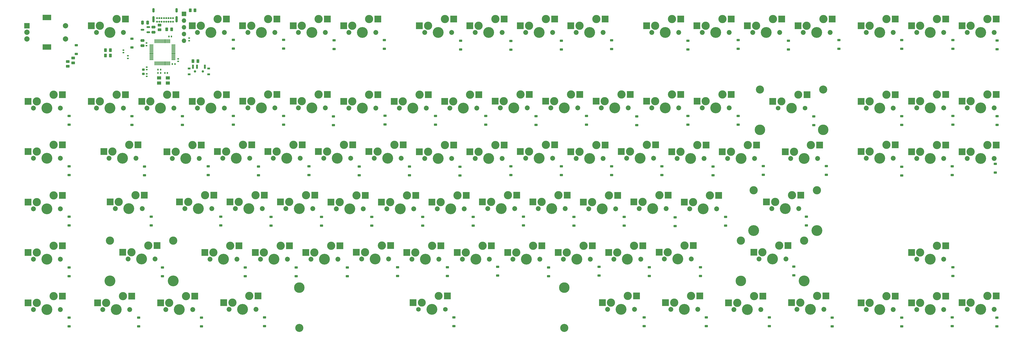
<source format=gbs>
G04 #@! TF.GenerationSoftware,KiCad,Pcbnew,7.0.2*
G04 #@! TF.CreationDate,2023-06-28T22:35:23-06:00*
G04 #@! TF.ProjectId,TKL_Keyboard,544b4c5f-4b65-4796-926f-6172642e6b69,rev?*
G04 #@! TF.SameCoordinates,Original*
G04 #@! TF.FileFunction,Soldermask,Bot*
G04 #@! TF.FilePolarity,Negative*
%FSLAX46Y46*%
G04 Gerber Fmt 4.6, Leading zero omitted, Abs format (unit mm)*
G04 Created by KiCad (PCBNEW 7.0.2) date 2023-06-28 22:35:23*
%MOMM*%
%LPD*%
G01*
G04 APERTURE LIST*
G04 Aperture macros list*
%AMRoundRect*
0 Rectangle with rounded corners*
0 $1 Rounding radius*
0 $2 $3 $4 $5 $6 $7 $8 $9 X,Y pos of 4 corners*
0 Add a 4 corners polygon primitive as box body*
4,1,4,$2,$3,$4,$5,$6,$7,$8,$9,$2,$3,0*
0 Add four circle primitives for the rounded corners*
1,1,$1+$1,$2,$3*
1,1,$1+$1,$4,$5*
1,1,$1+$1,$6,$7*
1,1,$1+$1,$8,$9*
0 Add four rect primitives between the rounded corners*
20,1,$1+$1,$2,$3,$4,$5,0*
20,1,$1+$1,$4,$5,$6,$7,0*
20,1,$1+$1,$6,$7,$8,$9,0*
20,1,$1+$1,$8,$9,$2,$3,0*%
G04 Aperture macros list end*
%ADD10C,1.850000*%
%ADD11C,3.100000*%
%ADD12C,4.100000*%
%ADD13R,2.550000X2.500000*%
%ADD14C,3.987800*%
%ADD15C,3.048000*%
%ADD16C,1.750000*%
%ADD17C,3.000000*%
%ADD18R,1.700000X1.700000*%
%ADD19O,1.700000X1.700000*%
%ADD20R,2.000000X2.000000*%
%ADD21C,2.000000*%
%ADD22R,3.200000X2.000000*%
%ADD23RoundRect,0.140000X0.170000X-0.140000X0.170000X0.140000X-0.170000X0.140000X-0.170000X-0.140000X0*%
%ADD24RoundRect,0.225000X0.375000X-0.225000X0.375000X0.225000X-0.375000X0.225000X-0.375000X-0.225000X0*%
%ADD25C,0.700000*%
%ADD26O,0.900000X1.700000*%
%ADD27O,0.900000X2.400000*%
%ADD28RoundRect,0.250000X0.262500X0.450000X-0.262500X0.450000X-0.262500X-0.450000X0.262500X-0.450000X0*%
%ADD29RoundRect,0.140000X-0.170000X0.140000X-0.170000X-0.140000X0.170000X-0.140000X0.170000X0.140000X0*%
%ADD30RoundRect,0.250000X-0.450000X0.262500X-0.450000X-0.262500X0.450000X-0.262500X0.450000X0.262500X0*%
%ADD31RoundRect,0.150000X0.512500X0.150000X-0.512500X0.150000X-0.512500X-0.150000X0.512500X-0.150000X0*%
%ADD32RoundRect,0.218750X0.256250X-0.218750X0.256250X0.218750X-0.256250X0.218750X-0.256250X-0.218750X0*%
%ADD33R,1.600000X1.300000*%
%ADD34RoundRect,0.250000X0.475000X-0.250000X0.475000X0.250000X-0.475000X0.250000X-0.475000X-0.250000X0*%
%ADD35RoundRect,0.250000X-0.262500X-0.450000X0.262500X-0.450000X0.262500X0.450000X-0.262500X0.450000X0*%
%ADD36RoundRect,0.250000X-0.475000X0.250000X-0.475000X-0.250000X0.475000X-0.250000X0.475000X0.250000X0*%
%ADD37RoundRect,0.140000X-0.140000X-0.170000X0.140000X-0.170000X0.140000X0.170000X-0.140000X0.170000X0*%
%ADD38RoundRect,0.140000X0.140000X0.170000X-0.140000X0.170000X-0.140000X-0.170000X0.140000X-0.170000X0*%
%ADD39R,1.000000X0.800000*%
%ADD40C,0.900000*%
%ADD41R,0.700000X1.500000*%
%ADD42RoundRect,0.250000X-0.250000X-0.475000X0.250000X-0.475000X0.250000X0.475000X-0.250000X0.475000X0*%
%ADD43RoundRect,0.075000X0.075000X-0.662500X0.075000X0.662500X-0.075000X0.662500X-0.075000X-0.662500X0*%
%ADD44RoundRect,0.075000X0.662500X-0.075000X0.662500X0.075000X-0.662500X0.075000X-0.662500X-0.075000X0*%
G04 APERTURE END LIST*
D10*
X118528000Y-123680000D03*
D11*
X119798000Y-121140000D03*
D12*
X123608000Y-123680000D03*
D11*
X126148000Y-118600000D03*
D10*
X128688000Y-123680000D03*
D13*
X116523000Y-121140000D03*
X129450000Y-118600000D03*
D10*
X237603000Y-85580000D03*
D11*
X238873000Y-83040000D03*
D12*
X242683000Y-85580000D03*
D11*
X245223000Y-80500000D03*
D10*
X247763000Y-85580000D03*
D13*
X235598000Y-83040000D03*
X248525000Y-80500000D03*
D10*
X161403000Y-85555000D03*
D11*
X162673000Y-83015000D03*
D12*
X166483000Y-85555000D03*
D11*
X169023000Y-80475000D03*
D10*
X171563000Y-85555000D03*
D13*
X159398000Y-83015000D03*
X172325000Y-80475000D03*
D10*
X249503000Y-142705000D03*
D11*
X250773000Y-140165000D03*
D12*
X254583000Y-142705000D03*
D11*
X257123000Y-137625000D03*
D10*
X259663000Y-142705000D03*
D13*
X247498000Y-140165000D03*
X260425000Y-137625000D03*
D10*
X113750000Y-37950000D03*
D11*
X115020000Y-35410000D03*
D12*
X118830000Y-37950000D03*
D11*
X121370000Y-32870000D03*
D10*
X123910000Y-37950000D03*
D13*
X111745000Y-35410000D03*
X124672000Y-32870000D03*
D14*
X133158100Y-134450000D03*
D15*
X133158100Y-149690000D03*
D16*
X178078000Y-142705000D03*
D17*
X179348000Y-140165000D03*
D12*
X183158000Y-142705000D03*
D17*
X185698000Y-137625000D03*
D16*
X188238000Y-142705000D03*
D14*
X233157900Y-134450000D03*
D15*
X233157900Y-149690000D03*
D13*
X176073000Y-140165000D03*
X189000000Y-137625000D03*
D10*
X232828000Y-123680000D03*
D11*
X234098000Y-121140000D03*
D12*
X237908000Y-123680000D03*
D11*
X240448000Y-118600000D03*
D10*
X242988000Y-123680000D03*
D13*
X230823000Y-121140000D03*
X243750000Y-118600000D03*
D10*
X156653000Y-123655000D03*
D11*
X157923000Y-121115000D03*
D12*
X161733000Y-123655000D03*
D11*
X164273000Y-118575000D03*
D10*
X166813000Y-123655000D03*
D13*
X154648000Y-121115000D03*
X167575000Y-118575000D03*
D10*
X32803000Y-123680000D03*
D11*
X34073000Y-121140000D03*
D12*
X37883000Y-123680000D03*
D11*
X40423000Y-118600000D03*
D10*
X42963000Y-123680000D03*
D13*
X30798000Y-121140000D03*
X43725000Y-118600000D03*
D10*
X209028000Y-66505000D03*
D11*
X210298000Y-63965000D03*
D12*
X214108000Y-66505000D03*
D11*
X216648000Y-61425000D03*
D10*
X219188000Y-66505000D03*
D13*
X207023000Y-63965000D03*
X219950000Y-61425000D03*
D10*
X218555000Y-37940000D03*
D11*
X219825000Y-35400000D03*
D12*
X223635000Y-37940000D03*
D11*
X226175000Y-32860000D03*
D10*
X228715000Y-37940000D03*
D13*
X216550000Y-35400000D03*
X229477000Y-32860000D03*
D10*
X347128000Y-142730000D03*
D11*
X348398000Y-140190000D03*
D12*
X352208000Y-142730000D03*
D11*
X354748000Y-137650000D03*
D10*
X357288000Y-142730000D03*
D13*
X345123000Y-140190000D03*
X358050000Y-137650000D03*
D10*
X266175000Y-37950000D03*
D11*
X267445000Y-35410000D03*
D12*
X271255000Y-37950000D03*
D11*
X273795000Y-32870000D03*
D10*
X276335000Y-37950000D03*
D13*
X264170000Y-35410000D03*
X277097000Y-32870000D03*
D10*
X347128000Y-85555000D03*
D11*
X348398000Y-83015000D03*
D12*
X352208000Y-85555000D03*
D11*
X354748000Y-80475000D03*
D10*
X357288000Y-85555000D03*
D13*
X345123000Y-83015000D03*
X358050000Y-80475000D03*
D10*
X56628000Y-66530000D03*
D11*
X57898000Y-63990000D03*
D12*
X61708000Y-66530000D03*
D11*
X64248000Y-61450000D03*
D10*
X66788000Y-66530000D03*
D13*
X54623000Y-63990000D03*
X67550000Y-61450000D03*
D10*
X180453000Y-85580000D03*
D11*
X181723000Y-83040000D03*
D12*
X185533000Y-85580000D03*
D11*
X188073000Y-80500000D03*
D10*
X190613000Y-85580000D03*
D13*
X178448000Y-83040000D03*
X191375000Y-80500000D03*
D10*
X89953000Y-104605000D03*
D11*
X91223000Y-102065000D03*
D12*
X95033000Y-104605000D03*
D11*
X97573000Y-99525000D03*
D10*
X100113000Y-104605000D03*
D13*
X87948000Y-102065000D03*
X100875000Y-99525000D03*
D10*
X204253000Y-104605000D03*
D11*
X205523000Y-102065000D03*
D12*
X209333000Y-104605000D03*
D11*
X211873000Y-99525000D03*
D10*
X214413000Y-104605000D03*
D13*
X202248000Y-102065000D03*
X215175000Y-99525000D03*
D10*
X270928000Y-123655000D03*
D11*
X272198000Y-121115000D03*
D12*
X276008000Y-123655000D03*
D11*
X278548000Y-118575000D03*
D10*
X281088000Y-123655000D03*
D13*
X268923000Y-121115000D03*
X281850000Y-118575000D03*
D10*
X385228000Y-142705000D03*
D11*
X386498000Y-140165000D03*
D12*
X390308000Y-142705000D03*
D11*
X392848000Y-137625000D03*
D10*
X395388000Y-142705000D03*
D13*
X383223000Y-140165000D03*
X396150000Y-137625000D03*
D18*
X89600000Y-30900000D03*
D19*
X89600000Y-33440000D03*
X89600000Y-35980000D03*
X89600000Y-38520000D03*
X89600000Y-41060000D03*
D10*
X180450000Y-37925000D03*
D11*
X181720000Y-35385000D03*
D12*
X185530000Y-37925000D03*
D11*
X188070000Y-32845000D03*
D10*
X190610000Y-37925000D03*
D13*
X178445000Y-35385000D03*
X191372000Y-32845000D03*
D10*
X318553000Y-85580000D03*
D11*
X319823000Y-83040000D03*
D12*
X323633000Y-85580000D03*
D11*
X326173000Y-80500000D03*
D10*
X328713000Y-85580000D03*
D13*
X316548000Y-83040000D03*
X329475000Y-80500000D03*
D10*
X218553000Y-85555000D03*
D11*
X219823000Y-83015000D03*
D12*
X223633000Y-85555000D03*
D11*
X226173000Y-80475000D03*
D10*
X228713000Y-85555000D03*
D13*
X216548000Y-83015000D03*
X229475000Y-80475000D03*
D10*
X32803000Y-66530000D03*
D11*
X34073000Y-63990000D03*
D12*
X37883000Y-66530000D03*
D11*
X40423000Y-61450000D03*
D10*
X42963000Y-66530000D03*
D13*
X30798000Y-63990000D03*
X43725000Y-61450000D03*
D10*
X32803000Y-142730000D03*
D11*
X34073000Y-140190000D03*
D12*
X37883000Y-142730000D03*
D11*
X40423000Y-137650000D03*
D10*
X42963000Y-142730000D03*
D13*
X30798000Y-140190000D03*
X43725000Y-137650000D03*
D10*
X189978000Y-66530000D03*
D11*
X191248000Y-63990000D03*
D12*
X195058000Y-66530000D03*
D11*
X197598000Y-61450000D03*
D10*
X200138000Y-66530000D03*
D13*
X187973000Y-63990000D03*
X200900000Y-61450000D03*
D10*
X385230000Y-66515000D03*
D11*
X386500000Y-63975000D03*
D12*
X390310000Y-66515000D03*
D11*
X392850000Y-61435000D03*
D10*
X395390000Y-66515000D03*
D13*
X383225000Y-63975000D03*
X396152000Y-61435000D03*
D10*
X323330000Y-37940000D03*
D11*
X324600000Y-35400000D03*
D12*
X328410000Y-37940000D03*
D11*
X330950000Y-32860000D03*
D10*
X333490000Y-37940000D03*
D13*
X321325000Y-35400000D03*
X334252000Y-32860000D03*
D10*
X199503000Y-85580000D03*
D11*
X200773000Y-83040000D03*
D12*
X204583000Y-85580000D03*
D11*
X207123000Y-80500000D03*
D10*
X209663000Y-85580000D03*
D13*
X197498000Y-83040000D03*
X210425000Y-80500000D03*
D10*
X109028000Y-104605000D03*
D11*
X110298000Y-102065000D03*
D12*
X114108000Y-104605000D03*
D11*
X116648000Y-99525000D03*
D10*
X119188000Y-104605000D03*
D13*
X107023000Y-102065000D03*
X119950000Y-99525000D03*
D10*
X132830000Y-37965000D03*
D11*
X134100000Y-35425000D03*
D12*
X137910000Y-37965000D03*
D11*
X140450000Y-32885000D03*
D10*
X142990000Y-37965000D03*
D13*
X130825000Y-35425000D03*
X143752000Y-32885000D03*
D10*
X320928000Y-142705000D03*
D11*
X322198000Y-140165000D03*
D12*
X326008000Y-142705000D03*
D11*
X328548000Y-137625000D03*
D10*
X331088000Y-142705000D03*
D13*
X318923000Y-140165000D03*
X331850000Y-137625000D03*
D10*
X85205000Y-85580000D03*
D11*
X86475000Y-83040000D03*
D12*
X90285000Y-85580000D03*
D11*
X92825000Y-80500000D03*
D10*
X95365000Y-85580000D03*
D13*
X83200000Y-83040000D03*
X96127000Y-80500000D03*
D10*
X166153000Y-104630000D03*
D11*
X167423000Y-102090000D03*
D12*
X171233000Y-104630000D03*
D11*
X173773000Y-99550000D03*
D10*
X176313000Y-104630000D03*
D13*
X164148000Y-102090000D03*
X177075000Y-99550000D03*
D10*
X32805000Y-85565000D03*
D11*
X34075000Y-83025000D03*
D12*
X37885000Y-85565000D03*
D11*
X40425000Y-80485000D03*
D10*
X42965000Y-85565000D03*
D13*
X30800000Y-83025000D03*
X43727000Y-80485000D03*
D10*
X366178000Y-142730000D03*
D11*
X367448000Y-140190000D03*
D12*
X371258000Y-142730000D03*
D11*
X373798000Y-137650000D03*
D10*
X376338000Y-142730000D03*
D13*
X364173000Y-140190000D03*
X377100000Y-137650000D03*
D10*
X294753000Y-85580000D03*
D11*
X296023000Y-83040000D03*
D12*
X299833000Y-85580000D03*
D11*
X302373000Y-80500000D03*
D10*
X304913000Y-85580000D03*
D13*
X292748000Y-83040000D03*
X305675000Y-80500000D03*
D10*
X61380000Y-85565000D03*
D11*
X62650000Y-83025000D03*
D12*
X66460000Y-85565000D03*
D11*
X69000000Y-80485000D03*
D10*
X71540000Y-85565000D03*
D13*
X59375000Y-83025000D03*
X72302000Y-80485000D03*
D10*
X194730000Y-123680000D03*
D11*
X196000000Y-121140000D03*
D12*
X199810000Y-123680000D03*
D11*
X202350000Y-118600000D03*
D10*
X204890000Y-123680000D03*
D13*
X192725000Y-121140000D03*
X205652000Y-118600000D03*
D10*
X63755000Y-104615000D03*
D11*
X65025000Y-102075000D03*
D12*
X68835000Y-104615000D03*
D11*
X71375000Y-99535000D03*
D10*
X73915000Y-104615000D03*
D13*
X61750000Y-102075000D03*
X74677000Y-99535000D03*
D11*
X299795000Y-116670000D03*
D14*
X299795000Y-131910000D03*
D10*
X306653000Y-123655000D03*
D11*
X307923000Y-121115000D03*
D12*
X311733000Y-123655000D03*
D11*
X314273000Y-118575000D03*
D10*
X316813000Y-123655000D03*
D11*
X323671000Y-116670000D03*
D12*
X323671000Y-131910000D03*
D13*
X304648000Y-121115000D03*
X317575000Y-118575000D03*
D10*
X75678000Y-66530000D03*
D11*
X76948000Y-63990000D03*
D12*
X80758000Y-66530000D03*
D11*
X83298000Y-61450000D03*
D10*
X85838000Y-66530000D03*
D13*
X73673000Y-63990000D03*
X86600000Y-61450000D03*
D20*
X30400000Y-35375000D03*
D21*
X30400000Y-40375000D03*
X30400000Y-37875000D03*
D22*
X37900000Y-32275000D03*
X37900000Y-43475000D03*
D21*
X44900000Y-40375000D03*
X44900000Y-35375000D03*
D10*
X266178000Y-66505000D03*
D11*
X267448000Y-63965000D03*
D12*
X271258000Y-66505000D03*
D11*
X273798000Y-61425000D03*
D10*
X276338000Y-66505000D03*
D13*
X264173000Y-63965000D03*
X277100000Y-61425000D03*
D10*
X106628000Y-142705000D03*
D11*
X107898000Y-140165000D03*
D12*
X111708000Y-142705000D03*
D11*
X114248000Y-137625000D03*
D10*
X116788000Y-142705000D03*
D13*
X104623000Y-140165000D03*
X117550000Y-137625000D03*
D10*
X94730000Y-37930000D03*
D11*
X96000000Y-35390000D03*
D12*
X99810000Y-37930000D03*
D11*
X102350000Y-32850000D03*
D10*
X104890000Y-37930000D03*
D13*
X92725000Y-35390000D03*
X105652000Y-32850000D03*
D11*
X304570000Y-97620000D03*
D12*
X304570000Y-112860000D03*
D10*
X311428000Y-104605000D03*
D11*
X312698000Y-102065000D03*
D12*
X316508000Y-104605000D03*
D11*
X319048000Y-99525000D03*
D10*
X321588000Y-104605000D03*
D11*
X328446000Y-97620000D03*
D12*
X328446000Y-112860000D03*
D13*
X309423000Y-102065000D03*
X322350000Y-99525000D03*
D10*
X275703000Y-85580000D03*
D11*
X276973000Y-83040000D03*
D12*
X280783000Y-85580000D03*
D11*
X283323000Y-80500000D03*
D10*
X285863000Y-85580000D03*
D13*
X273698000Y-83040000D03*
X286625000Y-80500000D03*
D10*
X385230000Y-37940000D03*
D11*
X386500000Y-35400000D03*
D12*
X390310000Y-37940000D03*
D11*
X392850000Y-32860000D03*
D10*
X395390000Y-37940000D03*
D13*
X383225000Y-35400000D03*
X396152000Y-32860000D03*
D10*
X151875000Y-37940000D03*
D11*
X153145000Y-35400000D03*
D12*
X156955000Y-37940000D03*
D11*
X159495000Y-32860000D03*
D10*
X162035000Y-37940000D03*
D13*
X149870000Y-35400000D03*
X162797000Y-32860000D03*
D10*
X59003000Y-142730000D03*
D11*
X60273000Y-140190000D03*
D12*
X64083000Y-142730000D03*
D11*
X66623000Y-137650000D03*
D10*
X69163000Y-142730000D03*
D13*
X56998000Y-140190000D03*
X69925000Y-137650000D03*
D10*
X285228000Y-66505000D03*
D11*
X286498000Y-63965000D03*
D12*
X290308000Y-66505000D03*
D11*
X292848000Y-61425000D03*
D10*
X295388000Y-66505000D03*
D13*
X283223000Y-63965000D03*
X296150000Y-61425000D03*
D10*
X175678000Y-123680000D03*
D11*
X176948000Y-121140000D03*
D12*
X180758000Y-123680000D03*
D11*
X183298000Y-118600000D03*
D10*
X185838000Y-123680000D03*
D13*
X173673000Y-121140000D03*
X186600000Y-118600000D03*
D10*
X56625000Y-37925000D03*
D11*
X57895000Y-35385000D03*
D12*
X61705000Y-37925000D03*
D11*
X64245000Y-32845000D03*
D10*
X66785000Y-37925000D03*
D13*
X54620000Y-35385000D03*
X67547000Y-32845000D03*
D15*
X306945000Y-59545000D03*
D14*
X306945000Y-74785000D03*
D16*
X313803000Y-66530000D03*
D17*
X315073000Y-63990000D03*
D14*
X318883000Y-66530000D03*
D17*
X321423000Y-61450000D03*
D16*
X323963000Y-66530000D03*
D15*
X330821000Y-59545000D03*
D14*
X330821000Y-74785000D03*
D13*
X311798000Y-63990000D03*
X324725000Y-61450000D03*
D10*
X385228000Y-85580000D03*
D11*
X386498000Y-83040000D03*
D12*
X390308000Y-85580000D03*
D11*
X392848000Y-80500000D03*
D10*
X395388000Y-85580000D03*
D13*
X383223000Y-83040000D03*
X396150000Y-80500000D03*
D10*
X347128000Y-66530000D03*
D11*
X348398000Y-63990000D03*
D12*
X352208000Y-66530000D03*
D11*
X354748000Y-61450000D03*
D10*
X357288000Y-66530000D03*
D13*
X345123000Y-63990000D03*
X358050000Y-61450000D03*
D10*
X251878000Y-123680000D03*
D11*
X253148000Y-121140000D03*
D12*
X256958000Y-123680000D03*
D11*
X259498000Y-118600000D03*
D10*
X262038000Y-123680000D03*
D13*
X249873000Y-121140000D03*
X262800000Y-118600000D03*
D10*
X366178000Y-123680000D03*
D11*
X367448000Y-121140000D03*
D12*
X371258000Y-123680000D03*
D11*
X373798000Y-118600000D03*
D10*
X376338000Y-123680000D03*
D13*
X364173000Y-121140000D03*
X377100000Y-118600000D03*
D10*
X366178000Y-85580000D03*
D11*
X367448000Y-83040000D03*
D12*
X371258000Y-85580000D03*
D11*
X373798000Y-80500000D03*
D10*
X376338000Y-85580000D03*
D13*
X364173000Y-83040000D03*
X377100000Y-80500000D03*
D10*
X213778000Y-123680000D03*
D11*
X215048000Y-121140000D03*
D12*
X218858000Y-123680000D03*
D11*
X221398000Y-118600000D03*
D10*
X223938000Y-123680000D03*
D13*
X211773000Y-121140000D03*
X224700000Y-118600000D03*
D10*
X347130000Y-37940000D03*
D11*
X348400000Y-35400000D03*
D12*
X352210000Y-37940000D03*
D11*
X354750000Y-32860000D03*
D10*
X357290000Y-37940000D03*
D13*
X345125000Y-35400000D03*
X358052000Y-32860000D03*
D10*
X223303000Y-104605000D03*
D11*
X224573000Y-102065000D03*
D12*
X228383000Y-104605000D03*
D11*
X230923000Y-99525000D03*
D10*
X233463000Y-104605000D03*
D13*
X221298000Y-102065000D03*
X234225000Y-99525000D03*
D10*
X304255000Y-37940000D03*
D11*
X305525000Y-35400000D03*
D12*
X309335000Y-37940000D03*
D11*
X311875000Y-32860000D03*
D10*
X314415000Y-37940000D03*
D13*
X302250000Y-35400000D03*
X315177000Y-32860000D03*
D10*
X261403000Y-104605000D03*
D11*
X262673000Y-102065000D03*
D12*
X266483000Y-104605000D03*
D11*
X269023000Y-99525000D03*
D10*
X271563000Y-104605000D03*
D13*
X259398000Y-102065000D03*
X272325000Y-99525000D03*
D10*
X99478000Y-123680000D03*
D11*
X100748000Y-121140000D03*
D12*
X104558000Y-123680000D03*
D11*
X107098000Y-118600000D03*
D10*
X109638000Y-123680000D03*
D13*
X97473000Y-121140000D03*
X110400000Y-118600000D03*
D10*
X297128000Y-142730000D03*
D11*
X298398000Y-140190000D03*
D12*
X302208000Y-142730000D03*
D11*
X304748000Y-137650000D03*
D10*
X307288000Y-142730000D03*
D13*
X295123000Y-140190000D03*
X308050000Y-137650000D03*
D10*
X285205000Y-37940000D03*
D11*
X286475000Y-35400000D03*
D12*
X290285000Y-37940000D03*
D11*
X292825000Y-32860000D03*
D10*
X295365000Y-37940000D03*
D13*
X283200000Y-35400000D03*
X296127000Y-32860000D03*
D10*
X82803000Y-142730000D03*
D11*
X84073000Y-140190000D03*
D12*
X87883000Y-142730000D03*
D11*
X90423000Y-137650000D03*
D10*
X92963000Y-142730000D03*
D13*
X80798000Y-140190000D03*
X93725000Y-137650000D03*
D10*
X237600000Y-37940000D03*
D11*
X238870000Y-35400000D03*
D12*
X242680000Y-37940000D03*
D11*
X245220000Y-32860000D03*
D10*
X247760000Y-37940000D03*
D13*
X235595000Y-35400000D03*
X248522000Y-32860000D03*
D10*
X113778000Y-66505000D03*
D11*
X115048000Y-63965000D03*
D12*
X118858000Y-66505000D03*
D11*
X121398000Y-61425000D03*
D10*
X123938000Y-66505000D03*
D13*
X111773000Y-63965000D03*
X124700000Y-61425000D03*
D10*
X32803000Y-104630000D03*
D11*
X34073000Y-102090000D03*
D12*
X37883000Y-104630000D03*
D11*
X40423000Y-99550000D03*
D10*
X42963000Y-104630000D03*
D13*
X30798000Y-102090000D03*
X43725000Y-99550000D03*
D10*
X228078000Y-66505000D03*
D11*
X229348000Y-63965000D03*
D12*
X233158000Y-66505000D03*
D11*
X235698000Y-61425000D03*
D10*
X238238000Y-66505000D03*
D13*
X226073000Y-63965000D03*
X239000000Y-61425000D03*
D10*
X137578000Y-123680000D03*
D11*
X138848000Y-121140000D03*
D12*
X142658000Y-123680000D03*
D11*
X145198000Y-118600000D03*
D10*
X147738000Y-123680000D03*
D13*
X135573000Y-121140000D03*
X148500000Y-118600000D03*
D10*
X104255000Y-85565000D03*
D11*
X105525000Y-83025000D03*
D12*
X109335000Y-85565000D03*
D11*
X111875000Y-80485000D03*
D10*
X114415000Y-85565000D03*
D13*
X102250000Y-83025000D03*
X115177000Y-80485000D03*
D10*
X273328000Y-142705000D03*
D11*
X274598000Y-140165000D03*
D12*
X278408000Y-142705000D03*
D11*
X280948000Y-137625000D03*
D10*
X283488000Y-142705000D03*
D13*
X271323000Y-140165000D03*
X284250000Y-137625000D03*
D10*
X123305000Y-85565000D03*
D11*
X124575000Y-83025000D03*
D12*
X128385000Y-85565000D03*
D11*
X130925000Y-80485000D03*
D10*
X133465000Y-85565000D03*
D13*
X121300000Y-83025000D03*
X134227000Y-80485000D03*
D10*
X242353000Y-104630000D03*
D11*
X243623000Y-102090000D03*
D12*
X247433000Y-104630000D03*
D11*
X249973000Y-99550000D03*
D10*
X252513000Y-104630000D03*
D13*
X240348000Y-102090000D03*
X253275000Y-99550000D03*
D10*
X280453000Y-104630000D03*
D11*
X281723000Y-102090000D03*
D12*
X285533000Y-104630000D03*
D11*
X288073000Y-99550000D03*
D10*
X290613000Y-104630000D03*
D13*
X278448000Y-102090000D03*
X291375000Y-99550000D03*
D10*
X247128000Y-66505000D03*
D11*
X248398000Y-63965000D03*
D12*
X252208000Y-66505000D03*
D11*
X254748000Y-61425000D03*
D10*
X257288000Y-66505000D03*
D13*
X245123000Y-63965000D03*
X258050000Y-61425000D03*
D10*
X151880000Y-66530000D03*
D11*
X153150000Y-63990000D03*
D12*
X156960000Y-66530000D03*
D11*
X159500000Y-61450000D03*
D10*
X162040000Y-66530000D03*
D13*
X149875000Y-63990000D03*
X162802000Y-61450000D03*
D10*
X256653000Y-85555000D03*
D11*
X257923000Y-83015000D03*
D12*
X261733000Y-85555000D03*
D11*
X264273000Y-80475000D03*
D10*
X266813000Y-85555000D03*
D13*
X254648000Y-83015000D03*
X267575000Y-80475000D03*
D10*
X94728000Y-66540000D03*
D11*
X95998000Y-64000000D03*
D12*
X99808000Y-66540000D03*
D11*
X102348000Y-61460000D03*
D10*
X104888000Y-66540000D03*
D13*
X92723000Y-64000000D03*
X105650000Y-61460000D03*
D10*
X185203000Y-104630000D03*
D11*
X186473000Y-102090000D03*
D12*
X190283000Y-104630000D03*
D11*
X192823000Y-99550000D03*
D10*
X195363000Y-104630000D03*
D13*
X183198000Y-102090000D03*
X196125000Y-99550000D03*
D10*
X366180000Y-66505000D03*
D11*
X367450000Y-63965000D03*
D12*
X371260000Y-66505000D03*
D11*
X373800000Y-61425000D03*
D10*
X376340000Y-66505000D03*
D13*
X364175000Y-63965000D03*
X377102000Y-61425000D03*
D10*
X170928000Y-66530000D03*
D11*
X172198000Y-63990000D03*
D12*
X176008000Y-66530000D03*
D11*
X178548000Y-61450000D03*
D10*
X181088000Y-66530000D03*
D13*
X168923000Y-63990000D03*
X181850000Y-61450000D03*
D10*
X128053000Y-104605000D03*
D11*
X129323000Y-102065000D03*
D12*
X133133000Y-104605000D03*
D11*
X135673000Y-99525000D03*
D10*
X138213000Y-104605000D03*
D13*
X126048000Y-102065000D03*
X138975000Y-99525000D03*
D10*
X147103000Y-104630000D03*
D11*
X148373000Y-102090000D03*
D12*
X152183000Y-104630000D03*
D11*
X154723000Y-99550000D03*
D10*
X157263000Y-104630000D03*
D13*
X145098000Y-102090000D03*
X158025000Y-99550000D03*
D10*
X142353000Y-85555000D03*
D11*
X143623000Y-83015000D03*
D12*
X147433000Y-85555000D03*
D11*
X149973000Y-80475000D03*
D10*
X152513000Y-85555000D03*
D13*
X140348000Y-83015000D03*
X153275000Y-80475000D03*
D10*
X366180000Y-37940000D03*
D11*
X367450000Y-35400000D03*
D12*
X371260000Y-37940000D03*
D11*
X373800000Y-32860000D03*
D10*
X376340000Y-37940000D03*
D13*
X364175000Y-35400000D03*
X377102000Y-32860000D03*
D10*
X199500000Y-37940000D03*
D11*
X200770000Y-35400000D03*
D12*
X204580000Y-37940000D03*
D11*
X207120000Y-32860000D03*
D10*
X209660000Y-37940000D03*
D13*
X197495000Y-35400000D03*
X210422000Y-32860000D03*
D11*
X61670000Y-116670000D03*
D12*
X61670000Y-131910000D03*
D10*
X68528000Y-123655000D03*
D11*
X69798000Y-121115000D03*
D12*
X73608000Y-123655000D03*
D11*
X76148000Y-118575000D03*
D10*
X78688000Y-123655000D03*
D11*
X85546000Y-116670000D03*
D12*
X85546000Y-131910000D03*
D13*
X66523000Y-121115000D03*
X79450000Y-118575000D03*
D10*
X132828000Y-66505000D03*
D11*
X134098000Y-63965000D03*
D12*
X137908000Y-66505000D03*
D11*
X140448000Y-61425000D03*
D10*
X142988000Y-66505000D03*
D13*
X130823000Y-63965000D03*
X143750000Y-61425000D03*
D23*
X75575000Y-52010000D03*
X75575000Y-51050000D03*
D24*
X70000000Y-72900000D03*
X70000000Y-69600000D03*
X255750000Y-111000000D03*
X255750000Y-107700000D03*
D25*
X79500000Y-33900000D03*
X80350000Y-33900000D03*
X81200000Y-33900000D03*
X82050000Y-33900000D03*
X82900000Y-33900000D03*
X83750000Y-33900000D03*
X84600000Y-33900000D03*
X85450000Y-33900000D03*
X85450000Y-32550000D03*
X84600000Y-32550000D03*
X83750000Y-32550000D03*
X82900000Y-32550000D03*
X82050000Y-32550000D03*
X81200000Y-32550000D03*
X80350000Y-32550000D03*
X79500000Y-32550000D03*
D26*
X78150000Y-29540000D03*
D27*
X78150000Y-32920000D03*
D26*
X86800000Y-29540000D03*
D27*
X86800000Y-32920000D03*
D24*
X270000000Y-91900000D03*
X270000000Y-88600000D03*
D28*
X61850000Y-46700000D03*
X60025000Y-46700000D03*
D23*
X91550000Y-41050000D03*
X91550000Y-40090000D03*
D24*
X360500000Y-149150000D03*
X360500000Y-145850000D03*
D29*
X68475000Y-46775000D03*
X68475000Y-47735000D03*
D30*
X80400000Y-35137500D03*
X80400000Y-36962500D03*
D24*
X165500000Y-72750000D03*
X165500000Y-69450000D03*
X174750000Y-92000000D03*
X174750000Y-88700000D03*
X396450000Y-72900000D03*
X396450000Y-69600000D03*
X117750000Y-92000000D03*
X117750000Y-88700000D03*
D29*
X66775000Y-44620000D03*
X66775000Y-45580000D03*
D24*
X395800000Y-90950000D03*
X395800000Y-87650000D03*
X294000000Y-111050000D03*
X294000000Y-107750000D03*
X189000000Y-130050000D03*
X189000000Y-126750000D03*
X379750000Y-130050000D03*
X379750000Y-126750000D03*
X96250000Y-149150000D03*
X96250000Y-145850000D03*
X146000000Y-73000000D03*
X146000000Y-69700000D03*
X81500000Y-130150000D03*
X81500000Y-126850000D03*
X246250000Y-129900000D03*
X246250000Y-126600000D03*
D31*
X76200000Y-35950000D03*
X76200000Y-37850000D03*
X73925000Y-36900000D03*
D32*
X74300000Y-53580000D03*
X74300000Y-52005000D03*
D24*
X184500000Y-72800000D03*
X184500000Y-69500000D03*
D33*
X83560000Y-57100000D03*
X80260000Y-57100000D03*
X80260000Y-55100000D03*
X83560000Y-55100000D03*
D24*
X241500000Y-72800000D03*
X241500000Y-69500000D03*
X127250000Y-44000000D03*
X127250000Y-40700000D03*
X98750000Y-91900000D03*
X98750000Y-88600000D03*
X46250000Y-72800000D03*
X46250000Y-69500000D03*
D34*
X78150000Y-37850000D03*
X78150000Y-35950000D03*
D24*
X396400000Y-149100000D03*
X396400000Y-145800000D03*
X193750000Y-92050000D03*
X193750000Y-88750000D03*
D35*
X91987500Y-29550000D03*
X93812500Y-29550000D03*
D24*
X310500000Y-149050000D03*
X310500000Y-145750000D03*
D35*
X93012500Y-48800000D03*
X94837500Y-48800000D03*
D24*
X160500000Y-111000000D03*
X160500000Y-107700000D03*
X191500000Y-149050000D03*
X191500000Y-145750000D03*
X46250000Y-110900000D03*
X46250000Y-107600000D03*
D36*
X73950000Y-41000000D03*
X73950000Y-42900000D03*
D24*
X194000000Y-44400000D03*
X194000000Y-41100000D03*
D37*
X79840000Y-52000000D03*
X80800000Y-52000000D03*
D24*
X108250000Y-72800000D03*
X108250000Y-69500000D03*
X317750000Y-44400000D03*
X317750000Y-41100000D03*
X151250000Y-130150000D03*
X151250000Y-126850000D03*
X136750000Y-91900000D03*
X136750000Y-88600000D03*
D30*
X47775000Y-47637500D03*
X47775000Y-49462500D03*
D24*
X232000000Y-91900000D03*
X232000000Y-88600000D03*
X263250000Y-149050000D03*
X263250000Y-145750000D03*
X49000000Y-46050000D03*
X49000000Y-42750000D03*
X379500000Y-91900000D03*
X379500000Y-88600000D03*
X396450000Y-44300000D03*
X396450000Y-41000000D03*
X46250000Y-91900000D03*
X46250000Y-88600000D03*
X141500000Y-111050000D03*
X141500000Y-107750000D03*
X379750000Y-44150000D03*
X379750000Y-40850000D03*
X260500000Y-73000000D03*
X260500000Y-69700000D03*
X213000000Y-44500000D03*
X213000000Y-41200000D03*
X289250000Y-92000000D03*
X289250000Y-88700000D03*
X298750000Y-44150000D03*
X298750000Y-40850000D03*
X120000000Y-149050000D03*
X120000000Y-145750000D03*
X170250000Y-130050000D03*
X170250000Y-126750000D03*
X284500000Y-130050000D03*
X284500000Y-126750000D03*
D37*
X85240000Y-49900000D03*
X86200000Y-49900000D03*
D24*
X122500000Y-111000000D03*
X122500000Y-107700000D03*
D38*
X80800000Y-53300000D03*
X79840000Y-53300000D03*
D24*
X279750000Y-72800000D03*
X279750000Y-69500000D03*
X379500000Y-149050000D03*
X379500000Y-145750000D03*
X222500000Y-72900000D03*
X222500000Y-69600000D03*
X103500000Y-110900000D03*
X103500000Y-107600000D03*
X327250000Y-73000000D03*
X327250000Y-69700000D03*
X227250000Y-130150000D03*
X227250000Y-126850000D03*
X251000000Y-44250000D03*
X251000000Y-40950000D03*
X332000000Y-91800000D03*
X332000000Y-88500000D03*
D39*
X98900000Y-53750000D03*
X98900000Y-51540000D03*
D40*
X96750000Y-52650000D03*
X93750000Y-52650000D03*
D39*
X91600000Y-53750000D03*
X91600000Y-51540000D03*
D41*
X97500000Y-50890000D03*
X94500000Y-50890000D03*
X93000000Y-50890000D03*
D24*
X251000000Y-91900000D03*
X251000000Y-88600000D03*
X112750000Y-130150000D03*
X112750000Y-126850000D03*
X179750000Y-111000000D03*
X179750000Y-107700000D03*
X265250000Y-130050000D03*
X265250000Y-126750000D03*
X334250000Y-149150000D03*
X334250000Y-145850000D03*
D29*
X75500000Y-41940000D03*
X75500000Y-42900000D03*
D24*
X279750000Y-44400000D03*
X279750000Y-41100000D03*
X72500000Y-149150000D03*
X72500000Y-145850000D03*
X208000000Y-129900000D03*
X208000000Y-126600000D03*
X298750000Y-72800000D03*
X298750000Y-69500000D03*
X324500000Y-110900000D03*
X324500000Y-107600000D03*
X308250000Y-91800000D03*
X308250000Y-88500000D03*
X198750000Y-111050000D03*
X198750000Y-107750000D03*
X379750000Y-72800000D03*
X379750000Y-69500000D03*
D29*
X75575000Y-53590000D03*
X75575000Y-54550000D03*
D35*
X83137500Y-36750000D03*
X84962500Y-36750000D03*
D24*
X275000000Y-111150000D03*
X275000000Y-107850000D03*
X236750000Y-111050000D03*
X236750000Y-107750000D03*
X127250000Y-72800000D03*
X127250000Y-69500000D03*
X74750000Y-92000000D03*
X74750000Y-88700000D03*
X165250000Y-44150000D03*
X165250000Y-40850000D03*
D28*
X61850000Y-44600000D03*
X60025000Y-44600000D03*
D42*
X74000000Y-34200000D03*
X75900000Y-34200000D03*
D23*
X87400000Y-48900000D03*
X87400000Y-47940000D03*
D24*
X70000000Y-43650000D03*
X70000000Y-40350000D03*
X132000000Y-130150000D03*
X132000000Y-126850000D03*
X46250000Y-130150000D03*
X46250000Y-126850000D03*
X360500000Y-72900000D03*
X360500000Y-69600000D03*
D38*
X84900000Y-39500000D03*
X83940000Y-39500000D03*
D24*
X217750000Y-110900000D03*
X217750000Y-107600000D03*
D43*
X84225000Y-49612500D03*
X83725000Y-49612500D03*
X83225000Y-49612500D03*
X82725000Y-49612500D03*
X82225000Y-49612500D03*
X81725000Y-49612500D03*
X81225000Y-49612500D03*
X80725000Y-49612500D03*
X80225000Y-49612500D03*
X79725000Y-49612500D03*
X79225000Y-49612500D03*
X78725000Y-49612500D03*
D44*
X77312500Y-48200000D03*
X77312500Y-47700000D03*
X77312500Y-47200000D03*
X77312500Y-46700000D03*
X77312500Y-46200000D03*
X77312500Y-45700000D03*
X77312500Y-45200000D03*
X77312500Y-44700000D03*
X77312500Y-44200000D03*
X77312500Y-43700000D03*
X77312500Y-43200000D03*
X77312500Y-42700000D03*
D43*
X78725000Y-41287500D03*
X79225000Y-41287500D03*
X79725000Y-41287500D03*
X80225000Y-41287500D03*
X80725000Y-41287500D03*
X81225000Y-41287500D03*
X81725000Y-41287500D03*
X82225000Y-41287500D03*
X82725000Y-41287500D03*
X83225000Y-41287500D03*
X83725000Y-41287500D03*
X84225000Y-41287500D03*
D44*
X85637500Y-42700000D03*
X85637500Y-43200000D03*
X85637500Y-43700000D03*
X85637500Y-44200000D03*
X85637500Y-44700000D03*
X85637500Y-45200000D03*
X85637500Y-45700000D03*
X85637500Y-46200000D03*
X85637500Y-46700000D03*
X85637500Y-47200000D03*
X85637500Y-47700000D03*
X85637500Y-48200000D03*
D24*
X108250000Y-44050000D03*
X108250000Y-40750000D03*
X46250000Y-149150000D03*
X46250000Y-145850000D03*
X360500000Y-44150000D03*
X360500000Y-40850000D03*
X146250000Y-44250000D03*
X146250000Y-40950000D03*
X232000000Y-44400000D03*
X232000000Y-41100000D03*
X89000000Y-72900000D03*
X89000000Y-69600000D03*
X213000000Y-91900000D03*
X213000000Y-88600000D03*
D37*
X82440000Y-53300000D03*
X83400000Y-53300000D03*
D24*
X319750000Y-129800000D03*
X319750000Y-126500000D03*
X360500000Y-92050000D03*
X360500000Y-88750000D03*
X336750000Y-44150000D03*
X336750000Y-40850000D03*
D30*
X45750000Y-48937500D03*
X45750000Y-50762500D03*
D24*
X203500000Y-72800000D03*
X203500000Y-69500000D03*
X155750000Y-92000000D03*
X155750000Y-88700000D03*
X77250000Y-110900000D03*
X77250000Y-107600000D03*
X286750000Y-149050000D03*
X286750000Y-145750000D03*
M02*

</source>
